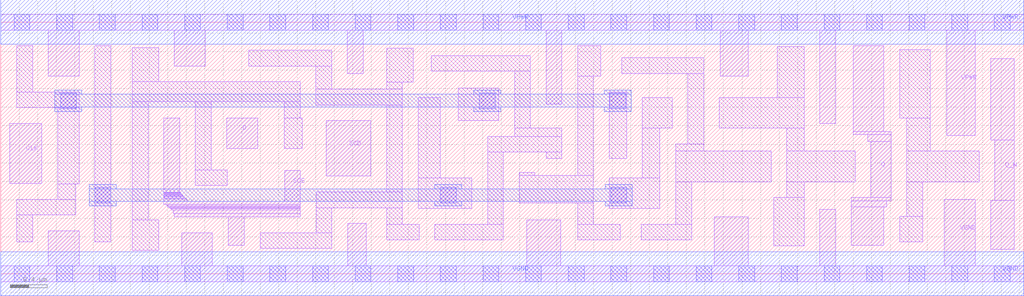
<source format=lef>
# Copyright 2020 The SkyWater PDK Authors
#
# Licensed under the Apache License, Version 2.0 (the "License");
# you may not use this file except in compliance with the License.
# You may obtain a copy of the License at
#
#     https://www.apache.org/licenses/LICENSE-2.0
#
# Unless required by applicable law or agreed to in writing, software
# distributed under the License is distributed on an "AS IS" BASIS,
# WITHOUT WARRANTIES OR CONDITIONS OF ANY KIND, either express or implied.
# See the License for the specific language governing permissions and
# limitations under the License.
#
# SPDX-License-Identifier: Apache-2.0

VERSION 5.7 ;
  NAMESCASESENSITIVE ON ;
  NOWIREEXTENSIONATPIN ON ;
  DIVIDERCHAR "/" ;
  BUSBITCHARS "[]" ;
UNITS
  DATABASE MICRONS 200 ;
END UNITS
MACRO sky130_fd_sc_hd__sdfxbp_1
  CLASS CORE ;
  SOURCE USER ;
  FOREIGN sky130_fd_sc_hd__sdfxbp_1 ;
  ORIGIN  0.000000  0.000000 ;
  SIZE  11.04000 BY  2.720000 ;
  SYMMETRY X Y R90 ;
  SITE unithd ;
  PIN D
    ANTENNAGATEAREA  0.159000 ;
    DIRECTION INPUT ;
    USE SIGNAL ;
    PORT
      LAYER li1 ;
        RECT 2.440000 1.355000 2.775000 1.685000 ;
    END
  END D
  PIN Q
    ANTENNADIFFAREA  0.429000 ;
    DIRECTION OUTPUT ;
    USE SIGNAL ;
    PORT
      LAYER li1 ;
        RECT 9.180000 0.305000 9.530000 0.725000 ;
        RECT 9.180000 0.725000 9.560000 0.790000 ;
        RECT 9.180000 0.790000 9.610000 0.825000 ;
        RECT 9.200000 1.505000 9.610000 1.540000 ;
        RECT 9.200000 1.540000 9.530000 2.465000 ;
        RECT 9.355000 1.430000 9.610000 1.505000 ;
        RECT 9.390000 0.825000 9.610000 1.430000 ;
    END
  END Q
  PIN Q_N
    ANTENNADIFFAREA  0.429000 ;
    DIRECTION OUTPUT ;
    USE SIGNAL ;
    PORT
      LAYER li1 ;
        RECT 10.685000 0.265000 10.940000 0.795000 ;
        RECT 10.685000 1.445000 10.940000 2.325000 ;
        RECT 10.730000 0.795000 10.940000 1.445000 ;
    END
  END Q_N
  PIN SCD
    ANTENNAGATEAREA  0.159000 ;
    DIRECTION INPUT ;
    USE SIGNAL ;
    PORT
      LAYER li1 ;
        RECT 3.515000 1.055000 3.995000 1.655000 ;
    END
  END SCD
  PIN SCE
    ANTENNAGATEAREA  0.318000 ;
    DIRECTION INPUT ;
    USE SIGNAL ;
    PORT
      LAYER li1 ;
        RECT 1.760000 0.750000 3.235000 0.785000 ;
        RECT 1.760000 0.785000 2.010000 0.810000 ;
        RECT 1.760000 0.810000 1.990000 0.820000 ;
        RECT 1.760000 0.820000 1.975000 0.835000 ;
        RECT 1.760000 0.835000 1.970000 0.840000 ;
        RECT 1.760000 0.840000 1.965000 0.850000 ;
        RECT 1.760000 0.850000 1.960000 0.855000 ;
        RECT 1.760000 0.855000 1.955000 0.860000 ;
        RECT 1.760000 0.860000 1.950000 0.870000 ;
        RECT 1.760000 0.870000 1.945000 0.875000 ;
        RECT 1.760000 0.875000 1.940000 0.880000 ;
        RECT 1.760000 0.880000 1.930000 1.685000 ;
        RECT 1.790000 0.735000 3.235000 0.750000 ;
        RECT 1.805000 0.725000 3.235000 0.735000 ;
        RECT 1.820000 0.715000 3.235000 0.725000 ;
        RECT 1.830000 0.705000 3.235000 0.715000 ;
        RECT 1.840000 0.690000 3.235000 0.705000 ;
        RECT 1.860000 0.655000 3.235000 0.690000 ;
        RECT 1.875000 0.615000 3.235000 0.655000 ;
        RECT 2.455000 0.305000 2.630000 0.615000 ;
        RECT 3.065000 0.785000 3.235000 1.115000 ;
    END
  END SCE
  PIN CLK
    ANTENNAGATEAREA  0.159000 ;
    DIRECTION INPUT ;
    USE CLOCK ;
    PORT
      LAYER li1 ;
        RECT 0.095000 0.975000 0.445000 1.625000 ;
    END
  END CLK
  PIN VGND
    DIRECTION INOUT ;
    SHAPE ABUTMENT ;
    USE GROUND ;
    PORT
      LAYER li1 ;
        RECT  0.000000 -0.085000 11.040000 0.085000 ;
        RECT  0.515000  0.085000  0.845000 0.465000 ;
        RECT  1.955000  0.085000  2.285000 0.445000 ;
        RECT  3.745000  0.085000  3.945000 0.545000 ;
        RECT  5.675000  0.085000  6.045000 0.585000 ;
        RECT  7.700000  0.085000  8.070000 0.615000 ;
        RECT  8.840000  0.085000  9.010000 0.695000 ;
        RECT 10.185000  0.085000 10.515000 0.805000 ;
      LAYER mcon ;
        RECT  0.145000 -0.085000  0.315000 0.085000 ;
        RECT  0.605000 -0.085000  0.775000 0.085000 ;
        RECT  1.065000 -0.085000  1.235000 0.085000 ;
        RECT  1.525000 -0.085000  1.695000 0.085000 ;
        RECT  1.985000 -0.085000  2.155000 0.085000 ;
        RECT  2.445000 -0.085000  2.615000 0.085000 ;
        RECT  2.905000 -0.085000  3.075000 0.085000 ;
        RECT  3.365000 -0.085000  3.535000 0.085000 ;
        RECT  3.825000 -0.085000  3.995000 0.085000 ;
        RECT  4.285000 -0.085000  4.455000 0.085000 ;
        RECT  4.745000 -0.085000  4.915000 0.085000 ;
        RECT  5.205000 -0.085000  5.375000 0.085000 ;
        RECT  5.665000 -0.085000  5.835000 0.085000 ;
        RECT  6.125000 -0.085000  6.295000 0.085000 ;
        RECT  6.585000 -0.085000  6.755000 0.085000 ;
        RECT  7.045000 -0.085000  7.215000 0.085000 ;
        RECT  7.505000 -0.085000  7.675000 0.085000 ;
        RECT  7.965000 -0.085000  8.135000 0.085000 ;
        RECT  8.425000 -0.085000  8.595000 0.085000 ;
        RECT  8.885000 -0.085000  9.055000 0.085000 ;
        RECT  9.345000 -0.085000  9.515000 0.085000 ;
        RECT  9.805000 -0.085000  9.975000 0.085000 ;
        RECT 10.265000 -0.085000 10.435000 0.085000 ;
        RECT 10.725000 -0.085000 10.895000 0.085000 ;
      LAYER met1 ;
        RECT 0.000000 -0.240000 11.040000 0.240000 ;
    END
  END VGND
  PIN VPWR
    DIRECTION INOUT ;
    SHAPE ABUTMENT ;
    USE POWER ;
    PORT
      LAYER li1 ;
        RECT  0.000000 2.635000 11.040000 2.805000 ;
        RECT  0.515000 2.135000  0.845000 2.635000 ;
        RECT  1.875000 2.245000  2.205000 2.635000 ;
        RECT  3.740000 2.165000  3.910000 2.635000 ;
        RECT  5.885000 1.835000  6.055000 2.635000 ;
        RECT  7.765000 2.135000  8.070000 2.635000 ;
        RECT  8.840000 1.625000  9.010000 2.635000 ;
        RECT 10.210000 1.495000 10.515000 2.635000 ;
      LAYER mcon ;
        RECT  0.145000 2.635000  0.315000 2.805000 ;
        RECT  0.605000 2.635000  0.775000 2.805000 ;
        RECT  1.065000 2.635000  1.235000 2.805000 ;
        RECT  1.525000 2.635000  1.695000 2.805000 ;
        RECT  1.985000 2.635000  2.155000 2.805000 ;
        RECT  2.445000 2.635000  2.615000 2.805000 ;
        RECT  2.905000 2.635000  3.075000 2.805000 ;
        RECT  3.365000 2.635000  3.535000 2.805000 ;
        RECT  3.825000 2.635000  3.995000 2.805000 ;
        RECT  4.285000 2.635000  4.455000 2.805000 ;
        RECT  4.745000 2.635000  4.915000 2.805000 ;
        RECT  5.205000 2.635000  5.375000 2.805000 ;
        RECT  5.665000 2.635000  5.835000 2.805000 ;
        RECT  6.125000 2.635000  6.295000 2.805000 ;
        RECT  6.585000 2.635000  6.755000 2.805000 ;
        RECT  7.045000 2.635000  7.215000 2.805000 ;
        RECT  7.505000 2.635000  7.675000 2.805000 ;
        RECT  7.965000 2.635000  8.135000 2.805000 ;
        RECT  8.425000 2.635000  8.595000 2.805000 ;
        RECT  8.885000 2.635000  9.055000 2.805000 ;
        RECT  9.345000 2.635000  9.515000 2.805000 ;
        RECT  9.805000 2.635000  9.975000 2.805000 ;
        RECT 10.265000 2.635000 10.435000 2.805000 ;
        RECT 10.725000 2.635000 10.895000 2.805000 ;
      LAYER met1 ;
        RECT 0.000000 2.480000 11.040000 2.960000 ;
    END
  END VPWR
  OBS
    LAYER li1 ;
      RECT 0.175000 0.345000  0.345000 0.635000 ;
      RECT 0.175000 0.635000  0.810000 0.805000 ;
      RECT 0.175000 1.795000  0.845000 1.965000 ;
      RECT 0.175000 1.965000  0.345000 2.465000 ;
      RECT 0.615000 0.805000  0.810000 0.970000 ;
      RECT 0.615000 0.970000  0.845000 1.795000 ;
      RECT 1.015000 0.345000  1.185000 2.465000 ;
      RECT 1.420000 0.255000  1.705000 0.585000 ;
      RECT 1.420000 0.585000  1.590000 1.860000 ;
      RECT 1.420000 1.860000  3.230000 2.075000 ;
      RECT 1.420000 2.075000  1.705000 2.445000 ;
      RECT 2.100000 0.955000  2.445000 1.125000 ;
      RECT 2.100000 1.125000  2.270000 1.860000 ;
      RECT 2.675000 2.245000  3.570000 2.415000 ;
      RECT 2.800000 0.275000  3.575000 0.445000 ;
      RECT 3.060000 1.355000  3.255000 1.685000 ;
      RECT 3.060000 1.685000  3.230000 1.860000 ;
      RECT 3.400000 1.825000  4.335000 1.995000 ;
      RECT 3.400000 1.995000  3.570000 2.245000 ;
      RECT 3.405000 0.445000  3.575000 0.715000 ;
      RECT 3.405000 0.715000  4.335000 0.885000 ;
      RECT 4.165000 0.365000  4.515000 0.535000 ;
      RECT 4.165000 0.535000  4.335000 0.715000 ;
      RECT 4.165000 0.885000  4.335000 1.825000 ;
      RECT 4.165000 1.995000  4.335000 2.070000 ;
      RECT 4.165000 2.070000  4.450000 2.440000 ;
      RECT 4.505000 0.705000  5.085000 1.035000 ;
      RECT 4.505000 1.035000  4.745000 1.905000 ;
      RECT 4.645000 2.190000  5.715000 2.360000 ;
      RECT 4.685000 0.365000  5.425000 0.535000 ;
      RECT 4.935000 1.655000  5.375000 2.010000 ;
      RECT 5.255000 0.535000  5.425000 1.315000 ;
      RECT 5.255000 1.315000  6.055000 1.485000 ;
      RECT 5.545000 1.485000  6.055000 1.575000 ;
      RECT 5.545000 1.575000  5.715000 2.190000 ;
      RECT 5.595000 0.765000  6.395000 1.065000 ;
      RECT 5.595000 1.065000  5.765000 1.095000 ;
      RECT 5.885000 1.245000  6.055000 1.315000 ;
      RECT 6.225000 0.365000  6.685000 0.535000 ;
      RECT 6.225000 0.535000  6.395000 0.765000 ;
      RECT 6.225000 1.065000  6.395000 2.135000 ;
      RECT 6.225000 2.135000  6.475000 2.465000 ;
      RECT 6.565000 0.705000  7.115000 1.035000 ;
      RECT 6.565000 1.245000  6.755000 1.965000 ;
      RECT 6.700000 2.165000  7.585000 2.335000 ;
      RECT 6.915000 0.365000  7.455000 0.535000 ;
      RECT 6.925000 1.035000  7.115000 1.575000 ;
      RECT 6.925000 1.575000  7.245000 1.905000 ;
      RECT 7.285000 0.535000  7.455000 0.995000 ;
      RECT 7.285000 0.995000  8.315000 1.325000 ;
      RECT 7.285000 1.325000  7.585000 1.405000 ;
      RECT 7.415000 1.405000  7.585000 2.165000 ;
      RECT 7.755000 1.575000  8.670000 1.905000 ;
      RECT 8.340000 0.300000  8.670000 0.825000 ;
      RECT 8.380000 1.905000  8.670000 2.455000 ;
      RECT 8.485000 0.825000  8.670000 0.995000 ;
      RECT 8.485000 0.995000  9.220000 1.325000 ;
      RECT 8.485000 1.325000  8.670000 1.575000 ;
      RECT 9.700000 0.345000  9.950000 0.620000 ;
      RECT 9.700000 1.685000 10.030000 2.425000 ;
      RECT 9.780000 0.620000  9.950000 0.995000 ;
      RECT 9.780000 0.995000 10.560000 1.325000 ;
      RECT 9.780000 1.325000 10.030000 1.685000 ;
    LAYER mcon ;
      RECT 0.645000 1.785000 0.815000 1.955000 ;
      RECT 1.015000 0.765000 1.185000 0.935000 ;
      RECT 4.745000 0.765000 4.915000 0.935000 ;
      RECT 5.165000 1.785000 5.335000 1.955000 ;
      RECT 6.575000 1.785000 6.745000 1.955000 ;
      RECT 6.585000 0.765000 6.755000 0.935000 ;
    LAYER met1 ;
      RECT 0.585000 1.755000 0.875000 1.800000 ;
      RECT 0.585000 1.800000 6.805000 1.940000 ;
      RECT 0.585000 1.940000 0.875000 1.985000 ;
      RECT 0.955000 0.735000 1.245000 0.780000 ;
      RECT 0.955000 0.780000 6.815000 0.920000 ;
      RECT 0.955000 0.920000 1.245000 0.965000 ;
      RECT 4.685000 0.735000 4.975000 0.780000 ;
      RECT 4.685000 0.920000 4.975000 0.965000 ;
      RECT 5.105000 1.755000 5.395000 1.800000 ;
      RECT 5.105000 1.940000 5.395000 1.985000 ;
      RECT 6.515000 1.755000 6.805000 1.800000 ;
      RECT 6.515000 1.940000 6.805000 1.985000 ;
      RECT 6.525000 0.735000 6.815000 0.780000 ;
      RECT 6.525000 0.920000 6.815000 0.965000 ;
  END
END sky130_fd_sc_hd__sdfxbp_1

</source>
